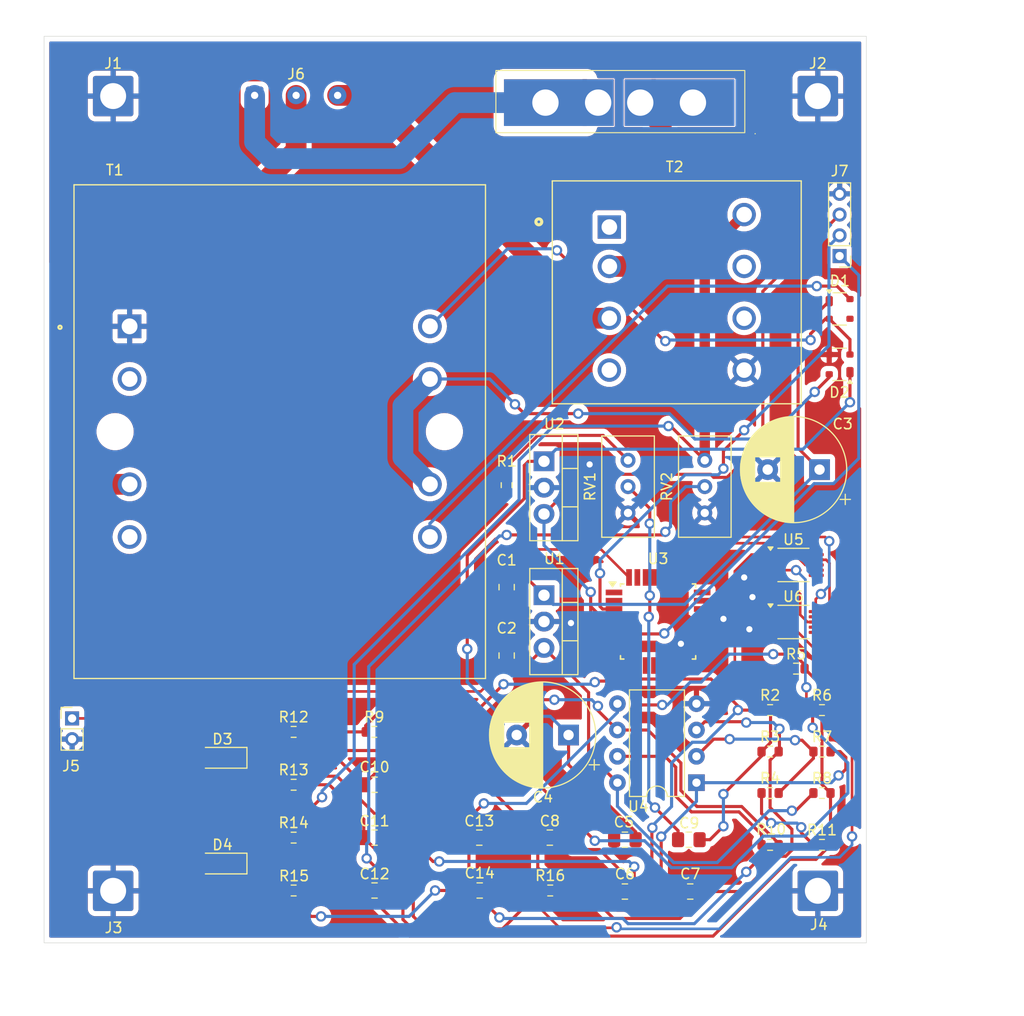
<source format=kicad_pcb>
(kicad_pcb (version 20240108) (generator "pcbnew") (generator_version "8.0")
  (layers (0 "F.Cu" signal) (31 "B.Cu" signal) (34 "B.Paste" user) (35 "F.Paste" user) (36 "B.SilkS" user "B.Silkscreen") (37 "F.SilkS" user "F.Silkscreen") (38 "B.Mask" user) (39 "F.Mask" user) (44 "Edge.Cuts" user))
  (net 0 "")
  (net 1 "Neutral")
  (net 2 "GND")
  (net 3 "Net-(U4B--)")
  (net 4 "Net-(U4A-+)")
  (net 5 "Net-(D3-K)")
  (net 6 "VCC")
  (net 7 "Net-(U4B-+)")
  (net 8 "Net-(U4A--)")
  (net 9 "Net-(F1-Pad2)")
  (net 10 "5v")
  (net 11 "Net-(D1-+)")
  (net 12 "Net-(C10-Pad1)")
  (net 13 "Net-(C11-Pad1)")
  (net 14 "Net-(J6-Pin_3)")
  (net 29 "Net-(U3-PC4)")
  (net 36 "Net-(U3-PC5)")
  (net 49 "Net-(J7-Pin_1)")
  (net 50 "Net-(J5-Pin_1)")
  (net 51 "SDA")
  (net 52 "Net-(J6-Pin_1)")
  (net 53 "Net-(D2-+)")
  (net 54 "Net-(C9-Pad2)")
  (net 55 "Net-(C9-Pad1)")
  (net 56 "Net-(D4-K)")
  (net 57 "Net-(C12-Pad2)")
  (net 58 "Net-(C12-Pad1)")
  (net 59 "Net-(D1-Pad4)")
  (net 61 "Net-(D2-Pad4)")
  (net 62 "Net-(R1-Pad1)")
  (net 63 "Net-(R11-Pad1)")
  (net 64 "Net-(R14-Pad2)")
  (net 65 "Net-(D1-Pad2)")
  (net 66 "Net-(R1-Pad2)")
  (footprint "Potentiometer_THT:Potentiometer_Bourns_3296W_Vertical" (layer "F.Cu") (at 163.7 90.9 90)
    (property "Reference" "RV2")
    (property "Value" "10 K Pot" (hide yes))
  )
  (footprint "Connector_PinHeader_2.00mm:PinHeader_1x02_P2.00mm_Vertical" (layer "F.Cu") (at 102.7 115.8)
    (property "Reference" "J5")
    (property "Value" "Conn_01x02_Pin" (hide yes))
  )
  (footprint "Package_TO_SOT_SMD:SOT-143" (layer "F.Cu") (at 176.7 81.65 180)
    (property "Reference" "D2")
    (property "Value" "BAS3007" (hide yes))
  )
  (footprint "Capacitor_SMD:C_0805_2012Metric_Pad1.18x1.45mm_HandSolder" (layer "F.Cu") (at 141.9625 127.3 180)
    (property "Reference" "C13")
    (property "Value" "22 nF" (hide yes))
  )
  (footprint "Capacitor_SMD:C_0805_2012Metric_Pad1.18x1.45mm_HandSolder" (layer "F.Cu") (at 142 132.4)
    (property "Reference" "C14")
    (property "Value" "10 nF" (hide yes))
  )
  (footprint "Capacitor_SMD:C_0805_2012Metric_Pad1.18x1.45mm_HandSolder" (layer "F.Cu") (at 156 132.5 180)
    (property "Reference" "C6")
    (property "Value" "1 uF" (hide yes))
  )
  (footprint "Capacitor_SMD:C_0805_2012Metric_Pad1.18x1.45mm_HandSolder" (layer "F.Cu") (at 131.8625 122.2 180)
    (property "Reference" "C10")
    (property "Value" "1.5 uF" (hide yes))
  )
  (footprint "Package_TO_SOT_SMD:SOT-143" (layer "F.Cu") (at 176.7 76.3)
    (property "Reference" "D1")
    (property "Value" "BAS3007" (hide yes))
  )
  (footprint "Resistor_SMD:R_0603_1608Metric" (layer "F.Cu") (at 170 128 180)
    (property "Reference" "R10")
    (property "Value" "10 K" (hide yes))
  )
  (footprint "Package_SO:VSSOP-10_3x3mm_P0.5mm" (layer "F.Cu") (at 172.25 101)
    (property "Reference" "U5")
    (property "Value" "ADS1115IDGS")
  )
  (footprint "Connector_Wire:SolderWire-2sqmm_1x01_D2mm_OD3.9mm" (layer "F.Cu") (at 106.659 132.431)
    (property "Reference" "J3")
    (property "Value" "Hole" (hide yes))
  )
  (footprint "Connector_Wire:SolderWire-2sqmm_1x01_D2mm_OD3.9mm" (layer "F.Cu") (at 174.603 55.768)
    (property "Reference" "J2")
    (property "Value" "Hole")
  )
  (footprint "Resistor_SMD:R_0603_1608Metric" (layer "F.Cu") (at 175 115)
    (property "Reference" "R6")
    (property "Value" "10 K" (hide yes))
  )
  (footprint "Diode_SMD:D_SOD-123" (layer "F.Cu") (at 117.2 129.8 180)
    (property "Reference" "D4")
    (property "Value" "D_Zener" (hide yes))
  )
  (footprint "Fuse:Fuseholder_Keystone_3555-2" (layer "F.Cu") (at 134.56 55.4)
    (property "Reference" "F1" (hide yes))
    (property "Value" "Fuse" (hide yes))
  )
  (footprint "Package_TO_SOT_THT:TO-220-3_Vertical" (layer "F.Cu") (at 148.2 91 -90)
    (property "Reference" "U2")
    (property "Value" "5 V Regulator" (hide yes))
  )
  (footprint "Potentiometer_THT:Potentiometer_Bourns_3296W_Vertical" (layer "F.Cu") (at 156.3 90.9 90)
    (property "Reference" "RV1")
    (property "Value" "10K Pot" (hide yes))
  )
  (footprint "Resistor_SMD:R_0603_1608Metric" (layer "F.Cu") (at 170 123)
    (property "Reference" "R4")
    (property "Value" "10 K" (hide yes))
  )
  (footprint "Capacitor_SMD:C_0805_2012Metric_Pad1.18x1.45mm_HandSolder" (layer "F.Cu") (at 144.6 103.1375 -90)
    (property "Reference" "C1")
    (property "Value" "1 uF" (hide yes))
  )
  (footprint "Resistor_SMD:R_0603_1608Metric" (layer "F.Cu") (at 175 119)
    (property "Reference" "R7")
    (property "Value" "10 K" (hide yes))
  )
  (footprint "Resistor_SMD:R_0603_1608Metric" (layer "F.Cu") (at 124.0625 122.2)
    (property "Reference" "R13")
    (property "Value" "10 K" (hide yes))
  )
  (footprint "Capacitor_SMD:C_0805_2012Metric_Pad1.18x1.45mm_HandSolder" (layer "F.Cu") (at 156 127.5 180)
    (property "Reference" "C5")
    (property "Value" "1 uF" (hide yes))
  )
  (footprint "Resistor_SMD:R_0603_1608Metric" (layer "F.Cu") (at 170 115)
    (property "Reference" "R2")
    (property "Value" "10 K" (hide yes))
  )
  (footprint "Resistor_SMD:R_0603_1608Metric" (layer "F.Cu") (at 170 119)
    (property "Reference" "R3")
    (property "Value" "20 K" (hide yes))
  )
  (footprint "Package_QFP:TQFP-32_7x7mm_P0.8mm" (layer "F.Cu") (at 159.2 106.45)
    (property "Reference" "U3")
    (property "Value" "ATmega328PB-A" (hide yes))
  )
  (footprint "Resistor_SMD:R_0603_1608Metric" (layer "F.Cu") (at 172.5 111 180)
    (property "Reference" "R5")
    (property "Value" "51.1k" (hide yes))
  )
  (footprint "Resistor_SMD:R_0603_1608Metric" (layer "F.Cu") (at 124.0625 127.3)
    (property "Reference" "R14")
    (property "Value" "30" (hide yes))
  )
  (footprint "Package_SO:VSSOP-10_3x3mm_P0.5mm" (layer "F.Cu") (at 172.25 106.5)
    (property "Reference" "U6")
    (property "Value" "ADS1115IDGS")
  )
  (footprint "Connector_Wire:SolderWire-2sqmm_1x01_D2mm_OD3.9mm" (layer "F.Cu") (at 106.659 55.768)
    (property "Reference" "J1")
    (property "Value" "Hole")
  )
  (footprint "Connector_Wire:SolderWire-2sqmm_1x01_D2mm_OD3.9mm" (layer "F.Cu") (at 174.603 132.431)
    (property "Reference" "J4")
    (property "Value" "Hole" (hide yes))
  )
  (footprint "Capacitor_THT:CP_Radial_D10.0mm_P5.00mm" (layer "F.Cu") (at 150.567677 117.4 180)
    (property "Reference" "C4")
    (property "Value" "100 uF" (hide yes))
  )
  (footprint "Resistor_SMD:R_0603_1608Metric" (layer "F.Cu") (at 148.8 132.4)
    (property "Reference" "R16")
    (property "Value" "10 K" (hide yes))
  )
  (footprint "Resistor_SMD:R_0603_1608Metric" (layer "F.Cu") (at 144.6 93.3 -90)
    (property "Reference" "R1")
    (property "Value" "240 K" (hide yes))
  )
  (footprint "Capacitor_SMD:C_0805_2012Metric_Pad1.18x1.45mm_HandSolder" (layer "F.Cu") (at 144.6 109.7375 90)
    (property "Reference" "C2")
    (property "Value" "1 uF" (hide yes))
  )
  (footprint "Package_TO_SOT_THT:TO-220-3_Vertical" (layer "F.Cu") (at 148.2 103.92 -90)
    (property "Reference" "U1")
    (property "Value" "12 V Regulator" (hide yes))
  )
  (footprint "Resistor_SMD:R_0603_1608Metric" (layer "F.Cu") (at 175 128)
    (property "Reference" "R11")
    (property "Value" "51.1 K" (hide yes))
  )
  (footprint "Capacitor_THT:CP_Radial_D10.0mm_P5.00mm" (layer "F.Cu") (at 174.767677 91.8 180)
    (property "Reference" "C3")
    (property "Value" "100 uF" (hide yes))
  )
  (footprint "Resistor_SMD:R_0603_1608Metric" (layer "F.Cu") (at 124.0625 132.4 180)
    (property "Reference" "R15")
    (property "Value" "20 K" (hide yes))
  )
  (footprint "Custom Transformers:XFMR_CSE185L" (layer "F.Cu") (at 161 74.7)
    (property "Reference" "T2")
    (property "Value" "CSE185L" (hide yes))
  )
  (footprint "Capacitor_SMD:C_0805_2012Metric_Pad1.18x1.45mm_HandSolder" (layer "F.Cu") (at 162.3 132.5 180)
    (property "Reference" "C7")
    (property "Value" "20 nF" (hide yes))
  )
  (footprint "Capacitor_SMD:C_0805_2012Metric_Pad1.18x1.45mm_HandSolder" (layer "F.Cu") (at 131.8625 132.4 180)
    (property "Reference" "C12")
    (property "Value" "1.5 uF" (hide yes))
  )
  (footprint "Resistor_SMD:R_0603_1608Metric" (layer "F.Cu") (at 124.0625 117.1)
    (property "Reference" "R12")
    (property "Value" "10 K" (hide yes))
  )
  (footprint "Connector_Wire:SolderWire-0.15sqmm_1x03_P4mm_D0.5mm_OD1.5mm" (layer "F.Cu") (at 120.3 55.7)
    (property "Reference" "J6")
    (property "Value" "Conn_01x03_Pin")
  )
  (footprint "Custom Transformers:XFMR_VPP12-800" (layer "F.Cu") (at 122.722 88.14)
    (property "Reference" "T1")
    (property "Value" "VPP12-800" (hide yes))
  )
  (footprint "Capacitor_SMD:C_0805_2012Metric_Pad1.18x1.45mm_HandSolder" (layer "F.Cu") (at 131.8625 127.3 180)
    (property "Reference" "C11")
    (property "Value" "1.5 uF" (hide yes))
  )
  (footprint "Diode_SMD:D_SOD-123" (layer "F.Cu") (at 117.2 119.6 180)
    (property "Reference" "D3")
    (property "Value" "D_Zener" (hide yes))
  )
  (footprint "Capacitor_SMD:C_0805_2012Metric_Pad1.18x1.45mm_HandSolder" (layer "F.Cu") (at 148.7625 127.3)
    (property "Reference" "C8")
    (property "Value" "10 nF" (hide yes))
  )
  (footprint "Resistor_SMD:R_0603_1608Metric" (layer "F.Cu") (at 131.8375 117.1)
    (property "Reference" "R9")
    (property "Value" "1 K" (hide yes))
  )
  (footprint "Connector_PinHeader_2.00mm:PinHeader_1x04_P2.00mm_Vertical" (layer "F.Cu") (at 176.7 71.2 180)
    (property "Reference" "J7")
    (property "Value" "Conn_01x04_Pin" (hide yes))
  )
  (footprint "Capacitor_SMD:C_0805_2012Metric_Pad1.18x1.45mm_HandSolder" (layer "F.Cu") (at 162.1625 127.5)
    (property "Reference" "C9")
    (property "Value" "1.5 uF" (hide yes))
  )
  (footprint "Resistor_SMD:R_0603_1608Metric" (layer "F.Cu") (at 175 123)
    (property "Reference" "R8")
    (property "Value" "3 K" (hide yes))
  )
  (footprint "Package_DIP:DIP-8_W7.62mm" (layer "F.Cu") (at 162.9 122 180)
    (property "Reference" "U4")
    (property "Value" "LM358" (hide yes))
  )
  (gr_rect (start 100 50) (end 179.28 137.4522) (stroke (width 0.05)) (fill none) (layer "Edge.Cuts"))
  (segment (start 102.047207 92.047207) (end 102.047207 72.597207) (width 2) (layer "F.Cu") (net 1))
  (segment (start 103.22 93.22) (end 102.047207 92.047207) (width 2) (layer "F.Cu") (net 1))
  (segment (start 108.244 93.22) (end 103.22 93.22) (width 2) (layer "F.Cu") (net 1))
  (segment (start 119.2 66.1) (end 124.3 61) (width 2) (layer "F.Cu") (net 1))
  (segment (start 124.3 61) (end 124.3 55.7) (width 2) (layer "F.Cu") (net 1))
  (segment (start 108.544414 66.1) (end 119.2 66.1) (width 2) (layer "F.Cu") (net 1))
  (segment (start 102.047207 72.597207) (end 108.544414 66.1) (width 2) (layer "F.Cu") (net 1))
  (via (at 152.6 91.3) (size 1) (drill 0.6) (layers "F.Cu" "B.Cu") (net 2))
  (via (at 150.8 106.6) (size 1) (drill 0.6) (layers "F.Cu" "B.Cu") (net 2))
  (via (at 168.3 104.1) (size 1) (drill 0.6) (layers "F.Cu" "B.Cu") (net 2))
  (via (at 168 107.2) (size 1) (drill 0.6) (layers "F.Cu" "B.Cu") (net 2))
  (via (at 165.5 106.2) (size 1) (drill 0.6) (layers "F.Cu" "B.Cu") (net 2))
  (via (at 161.4 108.6) (size 1) (drill 0.6) (layers "F.Cu" "B.Cu") (net 2))
  (via (at 167.5 102.2) (size 1) (drill 0.6) (layers "F.Cu" "B.Cu") (net 2))
  (segment (start 170.825 127.8625) (end 170.825 128) (width 0.3) (layer "F.Cu") (net 3))
  (segment (start 145.7 114) (end 149.2 114) (width 0.3) (layer "F.Cu") (net 3))
  (segment (start 161.4 122.754) (end 162.946 124.3) (width 0.3) (layer "F.Cu") (net 3))
  (segment (start 162.946 124.3) (end 167.2625 124.3) (width 0.3) (layer "F.Cu") (net 3))
  (segment (start 125.0375 118.9) (end 140.8 118.9) (width 0.3) (layer "F.Cu") (net 3))
  (segment (start 123.2375 117.1) (end 125.0375 118.9) (width 0.3) (layer "F.Cu") (net 3))
  (segment (start 155.28 116.92) (end 158.22 116.92) (width 0.3) (layer "F.Cu") (net 3))
  (segment (start 158.22 116.92) (end 161.4 120.1) (width 0.3) (layer "F.Cu") (net 3))
  (segment (start 153.4 115.04) (end 155.28 116.92) (width 0.3) (layer "F.Cu") (net 3))
  (segment (start 161.4 120.1) (end 161.4 122.754) (width 0.3) (layer "F.Cu") (net 3))
  (segment (start 167.2625 124.3) (end 170.825 127.8625) (width 0.3) (layer "F.Cu") (net 3))
  (segment (start 153.4 114.6) (end 153.4 115.04) (width 0.3) (layer "F.Cu") (net 3))
  (segment (start 140.8 118.9) (end 145.7 114) (width 0.3) (layer "F.Cu") (net 3))
  (via (at 153.4 114.6) (size 1) (drill 0.6) (layers "F.Cu" "B.Cu") (net 3))
  (via (at 149.2 114) (size 1) (drill 0.6) (layers "F.Cu" "B.Cu") (net 3))
  (segment (start 152.8 114) (end 153.4 114.6) (width 0.3) (layer "B.Cu") (net 3))
  (segment (start 149.2 114) (end 152.8 114) (width 0.3) (layer "B.Cu") (net 3))
  (segment (start 147.7 127.325) (end 147.725 127.3) (width 0.3) (layer "F.Cu") (net 4))
  (segment (start 172.1 126.5) (end 170 124.4) (width 0.3) (layer "F.Cu") (net 4))
  (segment (start 170.757948 129.1) (end 171.5 129.1) (width 0.3) (layer "F.Cu") (net 4))
  (segment (start 147.6 130.2) (end 147.6 127.425) (width 0.3) (layer "F.Cu") (net 4))
  (segment (start 163.699999 116.120001) (end 167.620001 116.120001) (width 0.3) (layer "F.Cu") (net 4))
  (segment (start 167.357948 132.5) (end 170.757948 129.1) (width 0.3) (layer "F.Cu") (net 4))
  (segment (start 150.75 130.95) (end 148.35 130.95) (width 0.3) (layer "F.Cu") (net 4))
  (segment (start 170.9 118.925) (end 170.825 119) (width 0.3) (layer "F.Cu") (net 4))
  (segment (start 170 124.4) (end 170 119.825) (width 0.3) (layer "F.Cu") (net 4))
  (segment (start 170.9 116.8) (end 170.9 118.925) (width 0.3) (layer "F.Cu") (net 4))
  (segment (start 147.6 127.425) (end 147.725 127.3) (width 0.3) (layer "F.Cu") (net 4))
  (segment (start 161.3 135.1) (end 154.9 135.1) (width 0.3) (layer "F.Cu") (net 4))
  (segment (start 171.5 129.1) (end 172.1 128.5) (width 0.3) (layer "F.Cu") (net 4))
  (segment (start 163.3375 132.5) (end 167.357948 132.5) (width 0.3) (layer "F.Cu") (net 4))
  (segment (start 154.9 135.1) (end 150.75 130.95) (width 0.3) (layer "F.Cu") (net 4))
  (segment (start 170 119.825) (end 170.825 119) (width 0.3) (layer "F.Cu") (net 4))
  (segment (start 162.9 116.92) (end 163.699999 116.120001) (width 0.3) (layer "F.Cu") (net 4))
  (segment (start 167.620001 116.120001) (end 167.7 116.2) (width 0.3) (layer "F.Cu") (net 4))
  (segment (start 163.3375 133.0625) (end 161.3 135.1) (width 0.3) (layer "F.Cu") (net 4))
  (segment (start 148.35 130.95) (end 147.6 130.2) (width 0.3) (layer "F.Cu") (net 4))
  (segment (start 163.3375 132.5) (end 163.3375 133.0625) (width 0.3) (layer "F.Cu") (net 4))
  (segment (start 172.1 128.5) (end 172.1 126.5) (width 0.3) (layer "F.Cu") (net 4))
  (via (at 167.7 116.2) (size 1) (drill 0.6) (layers "F.Cu" "B.Cu") (net 4))
  (via (at 170.9 116.8) (size 1) (drill 0.6) (layers "F.Cu" "B.Cu") (net 4))
  (segment (start 170.9 116.8) (end 170.3 116.2) (width 0.3) (layer "B.Cu") (net 4))
  (segment (start 170.3 116.2) (end 167.7 116.2) (width 0.3) (layer "B.Cu") (net 4))
  (segment (start 174.1 115.075) (end 174.175 115) (width 0.3) (layer "F.Cu") (net 5))
  (segment (start 146.625 121.125) (end 153.1 127.6) (width 0.3) (layer "F.Cu") (net 5))
  (segment (start 173.5 114.325) (end 174.175 115) (width 0.254) (layer "F.Cu") (net 5))
  (segment (start 170.825 115) (end 174.175 115) (width 0.3) (layer "F.Cu") (net 5))
  (segment (start 130.825 122.2) (end 131.9 121.125) (width 0.3) (layer "F.Cu") (net 5))
  (segment (start 131.9 121.125) (end 146.625 121.125) (width 0.3) (layer "F.Cu") (net 5))
  (segment (start 173.5 112.8) (end 173.5 114.325) (width 0.254) (layer "F.Cu") (net 5))
  (segment (start 174.1 116.7) (end 174.1 115.075) (width 0.3) (layer "F.Cu") (net 5))
  (segment (start 128.225 119.6) (end 130.825 122.2) (width 0.3) (layer "F.Cu") (net 5))
  (segment (start 172.9 101.5) (end 170.1 101.5) (width 0.254) (layer "F.Cu") (net 5))
  (segment (start 172.5 101.5) (end 172.9 101.5) (width 0.3) (layer "F.Cu") (net 5))
  (segment (start 118.85 119.6) (end 128.225 119.6) (width 0.3) (layer "F.Cu") (net 5))
  (via (at 174.1 116.7) (size 1) (drill 0.6) (layers "F.Cu" "B.Cu") (net 5))
  (via (at 173.5 112.8) (size 1) (drill 0.6) (layers "F.Cu" "B.Cu") (net 5))
  (via (at 172.5 101.5) (size 1) (drill 0.6) (layers "F.Cu" "B.Cu") (net 5))
  (via (at 153.1 127.6) (size 1) (drill 0.6) (layers "F.Cu" "B.Cu") (net 5))
  (segment (start 153.1 127.6) (end 157.892893 127.6) (width 0.3) (layer "B.Cu") (net 5))
  (segment (start 166.3 130.2) (end 169.35 127.15) (width 0.3) (layer "B.Cu") (net 5))
  (segment (start 177.5 123.002082) (end 177.5 120.1) (width 0.3) (layer "B.Cu") (net 5))
  (segment (start 173.4 112.7) (end 173.5 112.8) (width 0.254) (layer "B.Cu") (net 5))
  (segment (start 157.892893 127.6) (end 160.492893 130.2) (width 0.3) (layer "B.Cu") (net 5))
  (segment (start 160.492893 130.2) (end 166.3 130.2) (width 0.3) (layer "B.Cu") (net 5))
  (segment (start 169.35 127.15) (end 173.352082 127.15) (width 0.3) (layer "B.Cu") (net 5))
  (segment (start 172.5 101.5) (end 173.4 102.4) (width 0.254) (layer "B.Cu") (net 5))
  (segment (start 173.352082 127.15) (end 177.5 123.002082) (width 0.3) (layer "B.Cu") (net 5))
  (segment (start 173.4 102.4) (end 173.4 112.7) (width 0.254) (layer "B.Cu") (net 5))
  (segment (start 177.5 120.1) (end 174.1 116.7) (width 0.3) (layer "B.Cu") (net 5))
  (segment (start 172.1 124.7) (end 172.475 124.7) (width 0.3) (layer "F.Cu") (net 6))
  (segment (start 172.475 124.7) (end 174.175 123) (width 0.3) (layer "F.Cu") (net 6))
  (segment (start 155.28 122) (end 152.5 119.22) (width 0.3) (layer "F.Cu") (net 6))
  (segment (start 152.5 113.3) (end 148.2 109) (width 0.3) (layer "F.Cu") (net 6))
  (segment (start 152.5 119.22) (end 152.5 113.3) (width 0.3) (layer "F.Cu") (net 6))
  (segment (start 144.6 110.775) (end 146.425 110.775) (width 0.3) (layer "F.Cu") (net 6))
  (segment (start 146.425 110.775) (end 148.2 109) (width 0.3) (layer "F.Cu") (net 6))
  (via (at 172.1 124.7) (size 1) (drill 0.6) (layers "F.Cu" "B.Cu") (net 6))
  (segment (start 155.28 122) (end 155.28 124.28) (width 0.3) (layer "B.Cu") (net 6))
  (segment (start 164.9 129.7) (end 169.9 124.7) (width 0.3) (layer "B.Cu") (net 6))
  (segment (start 155.28 124.28) (end 160.7 129.7) (width 0.3) (layer "B.Cu") (net 6))
  (segment (start 169.9 124.7) (end 172.1 124.7) (width 0.3) (layer "B.Cu") (net 6))
  (segment (start 160.7 129.7) (end 164.9 129.7) (width 0.3) (layer "B.Cu") (net 6))
  (segment (start 140.9625 132.4) (end 140.9625 127.3375) (width 0.3) (layer "F.Cu") (net 7))
  (segment (start 140.925 125.475) (end 140.925 127.3) (width 0.3) (layer "F.Cu") (net 7))
  (segment (start 140.9625 127.3375) (end 140.925 127.3) (width 0.3) (layer "F.Cu") (net 7))
  (segment (start 142.4 124) (end 140.925 125.475) (width 0.3) (layer "F.Cu") (net 7))
  (segment (start 137.7 132.4) (end 140.9625 132.4) (width 0.3) (layer "F.Cu") (net 7))
  (segment (start 123.2375 132.4) (end 125.7375 134.9) (width 0.3) (layer "F.Cu") (net 7))
  (segment (start 125.7375 134.9) (end 126.7 134.9) (width 0.3) (layer "F.Cu") (net 7))
  (via (at 126.7 134.9) (size 1) (drill 0.6) (layers "F.Cu" "B.Cu") (net 7))
  (via (at 137.7 132.4) (size 1) (drill 0.6) (layers "F.Cu" "B.Cu") (net 7))
  (via (at 142.4 124) (size 1) (drill 0.6) (layers "F.Cu" "B.Cu") (net 7))
  (segment (start 155.28 114.38) (end 155.28 115.22) (width 0.3) (layer "B.Cu") (net 7))
  (segment (start 155.28 115.22) (end 146.5 124) (width 0.3) (layer "B.Cu") (net 7))
  (segment (start 146.5 124) (end 142.4 124) (width 0.3) (layer "B.Cu") (net 7))
  (segment (start 135.2 134.9) (end 137.7 132.4) (width 0.3) (layer "B.Cu") (net 7))
  (segment (start 126.7 134.9) (end 135.2 134.9) (width 0.3) (layer "B.Cu") (net 7))
  (segment (start 162.9 119.46) (end 164.56 117.8) (width 0.3) (layer "F.Cu") (net 8))
  (segment (start 172.4 117.9) (end 173.075 117.9) (width 0.3) (layer "F.Cu") (net 8))
  (segment (start 174.175 119.65) (end 170.825 123) (width 0.3) (layer "F.Cu") (net 8))
  (segment (start 173.075 117.9) (end 174.175 119) (width 0.3) (layer "F.Cu") (net 8))
  (segment (start 164.56 117.8) (end 166.1 117.8) (width 0.3) (layer "F.Cu") (net 8))
  (segment (start 174.175 119) (end 174.175 119.65) (width 0.3) (layer "F.Cu") (net 8))
  (via (at 172.4 117.9) (size 1) (drill 0.6) (layers "F.Cu" "B.Cu") (net 8))
  (via (at 166.1 117.8) (size 1) (drill 0.6) (layers "F.Cu" "B.Cu") (net 8))
  (segment (start 172.3 117.8) (end 172.4 117.9) (width 0.3) (layer "B.Cu") (net 8))
  (segment (start 166.1 117.8) (end 172.3 117.8) (width 0.3) (layer "B.Cu") (net 8))
  (segment (start 159.5 69.738654) (end 159.5 58.42) (width 2) (layer "F.Cu") (net 9))
  (segment (start 157.038654 72.2) (end 159.5 69.738654) (width 2) (layer "F.Cu") (net 9))
  (segment (start 154.5 72.2) (end 157.038654 72.2) (width 2) (layer "F.Cu") (net 9))
  (segment (start 159.5 58.42) (end 157.48 56.4) (width 2) (layer "F.Cu") (net 9))
  (segment (start 166.6 102.7) (end 166.6 102.6) (width 0.254) (layer "F.Cu") (net 10))
  (segment (start 124.0625 121.375) (end 128.25 121.375) (width 0.3) (layer "F.Cu") (net 10))
  (segment (start 153.75 106.05) (end 154.95 106.05) (width 0.3) (layer "F.Cu") (net 10))
  (segment (start 173.6 106.5) (end 172.9 105.8) (width 0.254) (layer "F.Cu") (net 10))
  (segment (start 166.9 114.6) (end 166.9 115) (width 0.3) (layer "F.Cu") (net 10))
  (segment (start 156.9 132.3625) (end 157.0375 132.5) (width 0.3) (layer "F.Cu") (net 10))
  (segment (start 128.25 121.375) (end 132.875 126) (width 0.3) (layer "F.Cu") (net 10))
  (segment (start 164.259188 92.25) (end 152.03 92.25) (width 0.3) (layer "F.Cu") (net 10))
  (segment (start 155.9 112) (end 164.3 112) (width 0.3) (layer "F.Cu") (net 10))
  (segment (start 172.9 105.8) (end 172.9 103.8) (width 0.254) (layer "F.Cu") (net 10))
  (segment (start 152.7 108.8) (end 155.9 112) (width 0.3) (layer "F.Cu") (net 10))
  (segment (start 169.3 74.6) (end 169.3 89.102082) (width 0.3) (layer "F.Cu") (net 10))
  (segment (start 168.2 100) (end 172.4 100) (width 0.254) (layer "F.Cu") (net 10))
  (segment (start 156.9 130.1) (end 156.9 132.3625) (width 0.3) (layer "F.Cu") (net 10))
  (segment (start 164.559188 92.55) (end 164.259188 92.25) (width 0.3) (layer "F.Cu") (net 10))
  (segment (start 165.852082 92.55) (end 164.559188 92.55) (width 0.3) (layer "F.Cu") (net 10))
  (segment (start 133.9 126) (end 137.5 129.6) (width 0.3) (layer "F.Cu") (net 10))
  (segment (start 158.6 131.2) (end 157.3 132.5) (width 0.3) (layer "F.Cu") (net 10))
  (segment (start 152.7 105) (end 152.7 103.6) (width 0.3) (layer "F.Cu") (net 10))
  (segment (start 173.4 101) (end 174.4 101) (width 0.254) (layer "F.Cu") (net 10))
  (segment (start 166.6 102.6) (end 166.6 101.6) (width 0.254) (layer "F.Cu") (net 10))
  (segment (start 158.6 126.4) (end 158.6 131.2) (width 0.3) (layer "F.Cu") (net 10))
  (segment (start 167 103.1) (end 166.6 102.7) (width 0.254) (layer "F.Cu") (net 10))
  (segment (start 157.3 132.5) (end 157.0375 132.5) (width 0.3) (layer "F.Cu") (net 10))
  (segment (start 166.6 112.425) (end 166.6 102.6) (width 0.254) (layer "F.Cu") (net 10))
  (segment (start 166.6 101.6) (end 168.2 100) (width 0.254) (layer "F.Cu") (net 10))
  (segment (start 176.7 67.2) (end 169.3 74.6) (width 0.3) (layer "F.Cu") (net 10))
  (segment (start 172.2 103.1) (end 167 103.1) (width 0.254) (layer "F.Cu") (net 10))
  (segment (start 166.9 115) (end 169.175 115) (width 0.3) (layer "F.Cu") (net 10))
  (segment (start 169.3 89.102082) (end 165.852082 92.55) (width 0.3) (layer "F.Cu") (net 10))
  (segment (start 123.2375 122.2) (end 124.0625 121.375) (width 0.3) (layer "F.Cu") (net 10))
  (segment (start 169 114.825) (end 166.6 112.425) (width 0.254) (layer "F.Cu") (net 10))
  (segment (start 172.9 103.8) (end 172.2 103.1) (width 0.254) (layer "F.Cu") (net 10))
  (segment (start 169.175 115) (end 169 114.825) (width 0.3) (layer "F.Cu") (net 10))
  (segment (start 158.65 126.35) (end 158.6 126.4) (width 0.3) (layer "F.Cu") (net 10))
  (segment (start 153.75 106.05) (end 152.7 105) (width 0.3) (layer "F.Cu") (net 10))
  (segment (start 132.875 126) (end 133.9 126) (width 0.3) (layer "F.Cu") (net 10))
  (segment (start 137.5 129.6) (end 138.1 129.6) (width 0.3) (layer "F.Cu") (net 10))
  (segment (start 152.03 92.25) (end 148.2 96.08) (width 0.3) (layer "F.Cu") (net 10))
  (segment (start 172.4 100) (end 173.4 101) (width 0.254) (layer "F.Cu") (net 10))
  (segment (start 164.3 112) (end 166.9 114.6) (width 0.3) (layer "F.Cu") (net 10))
  (segment (start 152.7 105) (end 152.7 108.8) (width 0.3) (layer "F.Cu") (net 10))
  (segment (start 174.4 106.5) (end 173.6 106.5) (width 0.254) (layer "F.Cu") (net 10))
  (via (at 138.1 129.6) (size 1) (drill 0.6) (layers "F.Cu" "B.Cu") (net 10))
  (via (at 166.9 115) (size 1) (drill 0.6) (layers "F.Cu" "B.Cu") (net 10))
  (via (at 152.7 103.6) (size 1) (drill 0.6) (layers "F.Cu" "B.Cu") (net 10))
  (via (at 156.9 130.1) (size 1) (drill 0.6) (layers "F.Cu" "B.Cu") (net 10))
  (via (at 158.65 126.35) (size 1) (drill 0.6) (layers "F.Cu" "B.Cu") (net 10))
  (segment (start 158.65 126.35) (end 158.65 126.15) (width 0.3) (layer "B.Cu") (net 10))
  (segment (start 138.1 129.6) (end 156.4 129.6) (width 0.3) (layer "B.Cu") (net 10))
  (segment (start 160.5 120.1) (end 162.5 118.1) (width 0.3) (layer "B.Cu") (net 10))
  (segment (start 158.65 126.15) (end 160.5 124.3) (width 0.3) (layer "B.Cu") (net 10))
  (segment (start 163.8 118.1) (end 166.9 115) (width 0.3) (layer "B.Cu") (net 10))
  (segment (start 148.2 99.1) (end 148.2 96.08) (width 0.3) (layer "B.Cu") (net 10))
  (segment (start 160.5 124.3) (end 160.5 120.1) (width 0.3) (layer "B.Cu") (net 10))
  (segment (start 162.5 118.1) (end 163.8 118.1) (width 0.3) (layer "B.Cu") (net 10))
  (segment (start 156.4 129.6) (end 156.9 130.1) (width 0.3) (layer "B.Cu") (net 10))
  (segment (start 152.7 103.6) (end 148.2 99.1) (width 0.3) (layer "B.Cu") (net 10))
  (segment (start 172.7 78.55) (end 172.7 89.732323) (width 0.3) (layer "F.Cu") (net 11))
  (segment (start 172.7 89.732323) (end 174.767677 91.8) (width 0.3) (layer "F.Cu") (net 11))
  (segment (start 175.7 75.55) (end 172.7 78.55) (width 0.3) (layer "F.Cu") (net 11))
  (segment (start 144.6 102.1) (end 146.38 102.1) (width 0.3) (layer "F.Cu") (net 11))
  (segment (start 146.38 102.1) (end 148.2 103.92) (width 0.3) (layer "F.Cu") (net 11))
  (segment (start 161.767677 104.8) (end 174.767677 91.8) (width 0.3) (layer "B.Cu") (net 11))
  (segment (start 149.08 104.8) (end 161.767677 104.8) (width 0.3) (layer "B.Cu") (net 11))
  (segment (start 148.2 103.92) (end 149.08 104.8) (width 0.3) (layer "B.Cu") (net 11))
  (segment (start 158 133.6) (end 156.269544 133.6) (width 0.3) (layer "F.Cu") (net 12))
  (segment (start 176.7 121.3) (end 176.6 121.3) (width 0.3) (layer "F.Cu") (net 12))
  (segment (start 145.425 125) (end 148.3 125) (width 0.3) (layer "F.Cu") (net 12))
  (segment (start 150.95 128.45) (end 149.8 127.3) (width 0.3) (layer "F.Cu") (net 12))
  (segment (start 159.5 127.2) (end 159.5 132.1) (width 0.3) (layer "F.Cu") (net 12))
  (segment (start 177.3 119.55) (end 177.3 120.7) (width 0.3) (layer "F.Cu") (net 12))
  (segment (start 149.8 126.5) (end 149.8 127.3) (width 0.3) (layer "F.Cu") (net 12))
  (segment (start 148.3 125) (end 149.8 126.5) (width 0.3) (layer "F.Cu") (net 12))
  (segment (start 159.5 132.1) (end 158 133.6) (width 0.3) (layer "F.Cu") (net 12))
  (segment (start 142.625 122.2) (end 145.425 125) (width 0.3) (layer "F.Cu") (net 12))
  (segment (start 176.75 119) (end 177.3 119.55) (width 0.3) (layer "F.Cu") (net 12))
  (segment (start 175.825 119) (end 176.75 119) (width 0.3) (layer "F.Cu") (net 12))
  (segment (start 156 133.330456) (end 156 130.9) (width 0.3) (layer "F.Cu") (net 12))
  (segment (start 156 130.9) (end 153.55 128.45) (width 0.3) (layer "F.Cu") (net 12))
  (segment (start 153.55 128.45) (end 150.95 128.45) (width 0.3) (layer "F.Cu") (net 12))
  (segment (start 177.3 120.7) (end 176.7 121.3) (width 0.3) (layer "F.Cu") (net 12))
  (segment (start 156.269544 133.6) (end 156 133.330456) (width 0.3) (layer "F.Cu") (net 12))
  (segment (start 132.9 122.2) (end 142.625 122.2) (width 0.3) (layer "F.Cu") (net 12))
  (via (at 159.5 127.2) (size 1) (drill 0.6) (layers "F.Cu" "B.Cu") (net 12))
  (via (at 176.6 121.3) (size 1) (drill 0.6) (layers "F.Cu" "B.Cu") (net 12))
  (segment (start 175.9 122) (end 162.9 122) (width 0.3) (layer "B.Cu") (net 12))
  (segment (start 176.6 121.3) (end 175.9 122) (width 0.3) (layer "B.Cu") (net 12))
  (segment (start 162.9 122) (end 162.9 123.8) (width 0.3) (layer "B.Cu") (net 12))
  (segment (start 162.9 123.8) (end 159.5 127.2) (width 0.3) (layer "B.Cu") (net 12))
  (segment (start 135.6 130) (end 135.6 134.9) (width 0.3) (layer "F.Cu") (net 13))
  (segment (start 160.9 120.5) (end 159.86 119.46) (width 0.3) (layer "F.Cu") (net 13))
  (segment (start 143.0375 134.1375) (end 143.9 135) (width 0.3) (layer "F.Cu") (net 13))
  (segment (start 160.9 123.3) (end 160.9 120.5) (width 0.3) (layer "F.Cu") (net 13))
  (segment (start 132.9 127.3) (end 135.6 130) (width 0.3) (layer "F.Cu") (net 13))
  (segment (start 135.6 134.9) (end 136.1 135.4) (width 0.3) (layer "F.Cu") (net 13))
  (segment (start 169.175 129.125) (end 169.175 128) (width 0.3) (layer "F.Cu") (net 13))
  (segment (start 136.1 135.4) (end 140.0375 135.4) (width 0.3) (layer "F.Cu") (net 13))
  (segment (start 162.417052 124.817052) (end 160.9 123.3) (width 0.3) (layer "F.Cu") (net 13))
  (segment (start 169.175 128) (end 169.175 126.992052) (width 0.3) (layer "F.Cu") (net 13))
  (segment (start 140.0375 135.4) (end 143.0375 132.4) (width 0.3) (layer "F.Cu") (net 13))
  (segment (start 169.175 126.992052) (end 167 124.817052) (width 0.3) (layer "F.Cu") (net 13))
  (segment (start 167 124.817052) (end 162.417052 124.817052) (width 0.3) (layer "F.Cu") (net 13))
  (segment (start 159.86 119.46) (end 155.28 119.46) (width 0.3) (layer "F.Cu") (net 13))
  (segment (start 143.0375 132.4) (end 143.0375 134.1375) (width 0.3) (layer "F.Cu") (net 13))
  (segment (start 167.7 130.6) (end 169.175 129.125) (width 0.3) (layer "F.Cu") (net 13))
  (via (at 143.9 135) (size 1) (drill 0.6) (layers "F.Cu" "B.Cu") (net 13))
  (via (at 167.7 130.6) (size 1) (drill 0.6) (layers "F.Cu" "B.Cu") (net 13))
  (segment (start 144 135.1) (end 155.8 135.1) (width 0.3) (layer "B.Cu") (net 13))
  (segment (start 162.7 135.6) (end 167.7 130.6) (width 0.3) (layer "B.Cu") (net 13))
  (segment (start 156.3 135.6) (end 162.7 135.6) (width 0.3) (layer "B.Cu") (net 13))
  (segment (start 143.9 135) (end 144 135.1) (width 0.3) (layer "B.Cu") (net 13))
  (segment (start 155.8 135.1) (end 156.3 135.6) (width 0.3) (layer "B.Cu") (net 13))
  (segment (start 152.7 77.2) (end 154.5 77.2) (width 2) (layer "F.Cu") (net 14))
  (segment (start 128.3 55.7) (end 131.2 55.7) (width 2) (layer "F.Cu") (net 14))
  (segment (start 131.2 55.7) (end 152.7 77.2) (width 2) (layer "F.Cu") (net 14))
  (segment (start 174.4 106) (end 175.5 106) (width 0.254) (layer "F.Cu") (net 29))
  (segment (start 175.727 100.827) (end 175.4 100.5) (width 0.254) (layer "F.Cu") (net 29))
  (segment (start 175.4 100.5) (end 174.4 100.5) (width 0.254) (layer "F.Cu") (net 29))
  (segment (start 162.646 98.9) (end 160.4 101.146) (width 0.254) (layer "F.Cu") (net 29))
  (segment (start 172 98.9) (end 162.646 98.9) (width 0.254) (layer "F.Cu") (net 29))
  (segment (start 160.4 101.146) (end 160.4 102.2) (width 0.254) (layer "F.Cu") (net 29))
  (segment (start 173.6 100.5) (end 172 98.9) (width 0.254) (layer "F.Cu") (net 29))
  (segment (start 175.727 105.773) (end 175.727 100.827) (width 0.254) (layer "F.Cu") (net 29))
  (segment (start 175.5 106) (end 175.727 105.773) (width 0.254) (layer "F.Cu") (net 29))
  (segment (start 173.8 100.5) (end 173.6 100.5) (width 0.254) (layer "F.Cu") (net 29))
  (segment (start 174.4 100.5) (end 173.8 100.5) (width 0.3) (layer "F.Cu") (net 29))
  (segment (start 159.6 100.1) (end 161.4 98.3) (width 0.254) (layer "F.Cu") (net 36))
  (segment (start 161.4 98.3) (end 173.3 98.3) (width 0.254) (layer "F.Cu") (net 36))
  (segment (start 174.4 99.4) (end 174.4 100) (width 0.254) (layer "F.Cu") (net 36))
  (segment (start 173.3 98.3) (end 174.4 99.4) (width 0.254) (layer "F.Cu") (net 36))
  (segment (start 174.4 105.5) (end 174.4 104.3) (width 0.254) (layer "F.Cu") (net 36))
  (segment (start 175.3 98.3) (end 173.3 98.3) (width 0.254) (layer "F.Cu") (net 36))
  (segment (start 174.4 104.3) (end 174.9 103.8) (width 0.254) (layer "F.Cu") (net 36))
  (segment (start 159.6 102.2) (end 159.6 100.1) (width 0.254) (layer "F.Cu") (net 36))
  (segment (start 175.7 98.7) (end 175.3 98.3) (width 0.254) (layer "F.Cu") (net 36))
  (via (at 174.9 103.8) (size 1) (drill 0.6) (layers "F.Cu" "B.Cu") (net 36))
  (via (at 175.7 98.7) (size 1) (drill 0.6) (layers "F.Cu" "B.Cu") (net 36))
  (segment (start 175.7 103) (end 175.7 98.7) (width 0.254) (layer "B.Cu") (net 36))
  (segment (start 174.9 103.8) (end 175.7 103) (width 0.254) (layer "B.Cu") (net 36))
  (segment (start 159.8 107.6) (end 159.75 107.65) (width 0.3) (layer "F.Cu") (net 49))
  (segment (start 159.75 107.65) (end 154.95 107.65) (width 0.3) (layer "F.Cu") (net 49))
  (via (at 159.8 107.6) (size 1) (drill 0.6) (layers "F.Cu" "B.Cu") (net 49))
  (segment (start 176.117677 93.15) (end 174.25 93.15) (width 0.3) (layer "B.Cu") (net 49))
  (segment (start 178.55 73.05) (end 178.55 90.717677) (width 0.3) (layer "B.Cu") (net 49))
  (segment (start 174.25 93.15) (end 159.8 107.6) (width 0.3) (layer "B.Cu") (net 49))
  (segment (start 176.7 71.2) (end 178.55 73.05) (width 0.3) (layer "B.Cu") (net 49))
  (segment (start 178.55 90.717677) (end 176.117677 93.15) (width 0.3) (layer "B.Cu") (net 49))
  (segment (start 107.2 113.2) (end 104.6 115.8) (width 0.254) (layer "F.Cu") (net 50))
  (segment (start 143.2 112.1) (end 142.1 113.2) (width 0.254) (layer "F.Cu") (net 50))
  (segment (start 104.6 115.8) (end 102.7 115.8) (width 0.254) (layer "F.Cu") (net 50))
  (segment (start 143.2 100.3) (end 143.2 112.1) (width 0.254) (layer "F.Cu") (net 50))
  (segment (start 144 99.5) (end 143.2 100.3) (width 0.254) (layer "F.Cu") (net 50))
  (segment (start 142.1 113.2) (end 107.2 113.2) (width 0.254) (layer "F.Cu") (net 50))
  (segment (start 153.7 99.5) (end 144 99.5) (width 0.254) (layer "F.Cu") (net 50))
  (segment (start 156.4 102.2) (end 153.7 99.5) (width 0.254) (layer "F.Cu") (net 50))
  (segment (start 165.5 91.7) (end 165.5 90) (width 0.3) (layer "F.Cu") (net 51))
  (segment (start 154.95 105.25) (end 153.85 105.25) (width 0.3) (layer "F.Cu") (net 51))
  (segment (start 153.85 105.25) (end 153.6 105) (width 0.3) (layer "F.Cu") (net 51))
  (segment (start 153.6 105) (end 153.6 101.8) (width 0.3) (layer "F.Cu") (net 51))
  (segment (start 165.5 90) (end 167.5 88) (width 0.3) (layer "F.Cu") (net 51))
  (via (at 165.5 91.7) (size 1) (drill 0.6) (layers "F.Cu" "B.Cu") (net 51))
  (via (at 153.6 101.8) (size 1) (drill 0.6) (layers "F.Cu" "B.Cu") (net 51))
  (via (at 167.5 88) (size 1) (drill 0.6) (layers "F.Cu" "B.Cu") (net 51))
  (segment (start 153.6 101.8) (end 153.6 100.5) (width 0.3) (layer "B.Cu") (net 51))
  (segment (start 165.5 91.8) (end 165.5 91.7) (width 0.3) (layer "B.Cu") (net 51))
  (segment (start 176.7 69.2) (end 175.675 70.225) (width 0.3) (layer "B.Cu") (net 51))
  (segment (start 175.675 79.825) (end 167.5 88) (width 0.3) (layer "B.Cu") (net 51))
  (segment (start 175.675 70.225) (end 175.675 79.825) (width 0.3) (layer "B.Cu") (net 51))
  (segment (start 153.6 100.5) (end 161.8 92.3) (width 0.3) (layer "B.Cu") (net 51))
  (segment (start 161.8 92.3) (end 165 92.3) (width 0.3) (layer "B.Cu") (net 51))
  (segment (start 165 92.3) (end 165.5 91.8) (width 0.3) (layer "B.Cu") (net 51))
  (segment (start 120.3 55.7) (end 120.3 60.2) (width 2) (layer "B.Cu") (net 52))
  (segment (start 134.2 61.8) (end 139.6 56.4) (width 2) (layer "B.Cu") (net 52))
  (segment (start 120.3 60.2) (end 121.9 61.8) (width 2) (layer "B.Cu") (net 52))
  (segment (start 139.6 56.4) (end 148.34 56.4) (width 2) (layer "B.Cu") (net 52))
  (segment (start 121.9 61.8) (end 134.2 61.8) (width 2) (layer "B.Cu") (net 52))
  (segment (start 140.8 100.1) (end 140.8 109.1) (width 0.3) (layer "F.Cu") (net 53))
  (segment (start 146.3 91.4) (end 146.3 94.6) (width 0.3) (layer "F.Cu") (net 53))
  (segment (start 150.567677 120.267677) (end 150.567677 117.4) (width 0.3) (layer "F.Cu") (net 53))
  (segment (start 157.0375 127.5) (end 157.0375 126.7375) (width 0.3) (layer "F.Cu") (net 53))
  (segment (start 148.2 91) (end 146.7 91) (width 0.3) (layer "F.Cu") (net 53))
  (segment (start 177.7 85.3) (end 177.7 82.4) (width 0.3) (layer "F.Cu") (net 53))
  (segment (start 146.3 94.6) (end 140.8 100.1) (width 0.3) (layer "F.Cu") (net 53))
  (segment (start 146.7 91) (end 146.3 91.4) (width 0.3) (layer "F.Cu") (net 53))
  (segment (start 157.0375 126.7375) (end 150.567677 120.267677) (width 0.3) (layer "F.Cu") (net 53))
  (via (at 140.8 109.1) (size 1) (drill 0.6) (layers "F.Cu" "B.Cu") (net 53))
  (via (at 177.7 85.3) (size 1) (drill 0.6) (layers "F.Cu" "B.Cu") (net 53))
  (segment (start 149.37 89.83) (end 173.17 89.83) (width 0.3) (layer "B.Cu") (net 53))
  (segment (start 173.17 89.83) (end 177.7 85.3) (width 0.3) (layer "B.Cu") (net 53))
  (segment (start 150.567677 117.367677) (end 150.567677 117.4) (width 0.3) (layer "B.Cu") (net 53))
  (segment (start 140.8 112.3) (end 144.1 115.6) (width 0.3) (layer "B.Cu") (net 53))
  (segment (start 144.1 115.6) (end 148.8 115.6) (width 0.3) (layer "B.Cu") (net 53))
  (segment (start 148.2 91) (end 149.37 89.83) (width 0.3) (layer "B.Cu") (net 53))
  (segment (start 148.8 115.6) (end 150.567677 117.367677) (width 0.3) (layer "B.Cu") (net 53))
  (segment (start 140.8 109.1) (end 140.8 112.3) (width 0.3) (layer "B.Cu") (net 53))
  (segment (start 165.5 123.1) (end 169.175 119.425) (width 0.3) (layer "F.Cu") (net 54))
  (segment (start 169.175 119.425) (end 169.175 119) (width 0.3) (layer "F.Cu") (net 54))
  (segment (start 164.2 127.5) (end 165.5 126.2) (width 0.3) (layer "F.Cu") (net 54))
  (segment (start 170.042169 112.632831) (end 170.042169 118.132831) (width 0.3) (layer "F.Cu") (net 54))
  (segment (start 163.2 127.5) (end 164.2 127.5) (width 0.3) (layer "F.Cu") (net 54))
  (segment (start 171.675 111) (end 170.042169 112.632831) (width 0.3) (layer "F.Cu") (net 54))
  (segment (start 170.042169 118.132831) (end 169.175 119) (width 0.3) (layer "F.Cu") (net 54))
  (via (at 165.5 126.2) (size 1) (drill 0.6) (layers "F.Cu" "B.Cu") (net 54))
  (via (at 165.5 123.1) (size 1) (drill 0.6) (layers "F.Cu" "B.Cu") (net 54))
  (segment (start 165.5 126.2) (end 165.5 123.1) (width 0.3) (layer "B.Cu") (net 54))
  (segment (start 158.9 124.4) (end 161.125 126.625) (width 0.3) (layer "F.Cu") (net 55))
  (segment (start 158.3 106) (end 158.4 105.9) (width 0.3) (layer "F.Cu") (net 55))
  (segment (start 161.125 126.625) (end 161.125 127.5) (width 0.3) (layer "F.Cu") (net 55))
  (segment (start 158.4 95.54) (end 156.3 93.44) (width 0.3) (layer "F.Cu") (net 55))
  (segment (start 158.4 105.9) (end 158.4 103.95) (width 0.3) (layer "F.Cu") (net 55))
  (segment (start 158.4 97) (end 158.4 95.54) (width 0.3) (layer "F.Cu") (net 55))
  (via (at 158.4 97) (size 1) (drill 0.6) (layers "F.Cu" "B.Cu") (net 55))
  (via (at 158.4 103.95) (size 1) (drill 0.6) (layers "F.Cu" "B.Cu") (net 55))
  (via (at 158.3 106) (size 1) (drill 0.6) (layers "F.Cu" "B.Cu") (net 55))
  (via (at 158.9 124.4) (size 1) (drill 0.6) (layers "F.Cu" "B.Cu") (net 55))
  (segment (start 158.3 123.8) (end 158.3 106) (width 0.3) (layer "B.Cu") (net 55))
  (segment (start 158.4 103.95) (end 158.4 97) (width 0.3) (layer "B.Cu") (net 55))
  (segment (start 158.9 124.4) (end 158.3 123.8) (width 0.3) (layer "B.Cu") (net 55))
  (segment (start 155.2 135.95) (end 155.15 136) (width 0.3) (layer "F.Cu") (net 56))
  (segment (start 147.975 134.275) (end 147.975 132.4) (width 0.254) (layer "F.Cu") (net 56))
  (segment (start 118.85 129.8) (end 118.85 128.2375) (width 0.3) (layer "F.Cu") (net 56))
  (segment (start 124.8875 122.2) (end 127.5 122.2) (width 0.3) (layer "F.Cu") (net 56))
  (segment (start 149.7 136) (end 147.975 134.275) (width 0.254) (layer "F.Cu") (net 56))
  (segment (start 130.825 125.525) (end 130.825 127.3) (width 0.3) (layer "F.Cu") (net 56))
  (segment (start 118.85 128.2375) (end 124.8875 122.2) (width 0.3) (layer "F.Cu") (net 56))
  (segment (start 177.9 127.183358) (end 177.9 112.7) (width 0.254) (layer "F.Cu") (net 56))
  (segment (start 127.5 122.2) (end 130.825 125.525) (width 0.3) (layer "F.Cu") (net 56))
  (segment (start 134.6 135.2) (end 135.5 136.1) (width 0.3) (layer "F.Cu") (net 56))
  (segment (start 177.9 112.7) (end 172.2 107) (width 0.254) (layer "F.Cu") (net 56))
  (segment (start 130.825 127.3) (end 134.6 131.075) (width 0.3) (layer "F.Cu") (net 56))
  (segment (start 172.2 107) (end 170.1 107) (width 0.254) (layer "F.Cu") (net 56))
  (segment (start 147.9 132.4) (end 147.975 132.4) (width 0.3) (layer "F.Cu") (net 56))
  (segment (start 134.6 131.075) (end 134.6 135.2) (width 0.3) (layer "F.Cu") (net 56))
  (segment (start 155.15 136) (end 149.7 136) (width 0.254) (layer "F.Cu") (net 56))
  (segment (start 144.2 136.1) (end 147.9 132.4) (width 0.3) (layer "F.Cu") (net 56))
  (segment (start 135.5 136.1) (end 144.2 136.1) (width 0.3) (layer "F.Cu") (net 56))
  (via (at 177.9 127.183358) (size 1) (drill 0.6) (layers "F.Cu" "B.Cu") (net 56))
  (via (at 155.2 135.95) (size 1) (drill 0.6) (layers "F.Cu" "B.Cu") (net 56))
  (segment (start 155.2 135.95) (end 155.35 136.1) (width 0.3) (layer "B.Cu") (net 56))
  (segment (start 165.1 136.1) (end 172 129.2) (width 0.254) (layer "B.Cu") (net 56))
  (segment (start 176.7 129.2) (end 177.9 128) (width 0.254) (layer "B.Cu") (net 56))
  (segment (start 177.9 128) (end 177.9 127.183358) (width 0.254) (layer "B.Cu") (net 56))
  (segment (start 155.35 136.1) (end 165.1 136.1) (width 0.254) (layer "B.Cu") (net 56))
  (segment (start 172 129.2) (end 176.7 129.2) (width 0.254) (layer "B.Cu") (net 56))
  (segment (start 171.7 129.6) (end 171.707107 129.6) (width 0.3) (layer "F.Cu") (net 57))
  (segment (start 135.225 136.8) (end 164.5 136.8) (width 0.3) (layer "F.Cu") (net 57))
  (segment (start 171.707107 129.6) (end 171.907107 129.4) (width 0.3) (layer "F.Cu") (net 57))
  (segment (start 164.5 136.8) (end 171.7 129.6) (width 0.3) (layer "F.Cu") (net 57))
  (segment (start 124.8875 132.4) (end 130.825 132.4) (width 0.3) (layer "F.Cu") (net 57))
  (segment (start 174.425 129.4) (end 175.825 128) (width 0.3) (layer "F.Cu") (net 57))
  (segment (start 130.825 132.4) (end 135.225 136.8) (width 0.3) (layer "F.Cu") (net 57))
  (segment (start 171.907107 129.4) (end 174.425 129.4) (width 0.3) (layer "F.Cu") (net 57))
  (segment (start 132.9 132.4) (end 132.9 131.1) (width 0.3) (layer "F.Cu") (net 58))
  (segment (start 159.6 98.1) (end 159.9 97.8) (width 0.3) (layer "F.Cu") (net 58))
  (segment (start 132.9 131.1) (end 131.1 129.3) (width 0.3) (layer "F.Cu") (net 58))
  (segment (start 144.6 98.1) (end 159.6 98.1) (width 0.3) (layer "F.Cu") (net 58))
  (via (at 159.9 97.8) (size 1) (drill 0.6) (layers "F.Cu" "B.Cu") (net 58))
  (via (at 144.6 98.1) (size 1) (drill 0.6) (layers "F.Cu" "B.Cu") (net 58))
  (via (at 131.1 129.3) (size 1) (drill 0.6) (layers "F.Cu" "B.Cu") (net 58))
  (segment (start 144.5 98.2) (end 144.6 98.1) (width 0.3) (layer "B.Cu") (net 58))
  (segment (start 143.9 98.2) (end 144.5 98.2) (width 0.3) (layer "B.Cu") (net 58))
  (segment (start 131.1 129.3) (end 131.1 127.9) (width 0.3) (layer "B.Cu") (net 58))
  (segment (start 131.3 127.7) (end 131.3 110.8) (width 0.3) (layer "B.Cu") (net 58))
  (segment (start 131.1 127.9) (end 131.3 127.7) (width 0.3) (layer "B.Cu") (net 58))
  (segment (start 160.4 97.3) (end 160.4 94.9) (width 0.3) (layer "B.Cu") (net 58))
  (segment (start 131.3 110.8) (end 143.9 98.2) (width 0.3) (layer "B.Cu") (net 58))
  (segment (start 160.4 94.9) (end 161.86 93.44) (width 0.3) (layer "B.Cu") (net 58))
  (segment (start 159.9 97.8) (end 160.4 97.3) (width 0.3) (layer "B.Cu") (net 58))
  (segment (start 161.86 93.44) (end 163.7 93.44) (width 0.3) (layer "B.Cu") (net 58))
  (segment (start 174.5 74.1) (end 176.45 74.1) (width 0.3) (layer "F.Cu") (net 59))
  (segment (start 176.45 74.1) (end 177.7 75.35) (width 0.3) (layer "F.Cu") (net 59))
  (via (at 174.5 74.1) (size 1) (drill 0.6) (layers "F.Cu" "B.Cu") (net 59))
  (segment (start 174.5 74.1) (end 160.1 74.1) (width 0.3) (layer "B.Cu") (net 59))
  (segment (start 137.2 97) (end 137.2 98.3) (width 0.3) (layer "B.Cu") (net 59))
  (segment (start 160.1 74.1) (end 137.2 97) (width 0.3) (layer "B.Cu") (net 59))
  (segment (start 146.3 86.4) (end 145.4 85.5) (width 0.3) (layer "F.Cu") (net 61))
  (segment (start 151.5 86.4) (end 146.3 86.4) (width 0.3) (layer "F.Cu") (net 61))
  (segment (start 175.7 82.6) (end 175.7 82.9) (width 0.3) (layer "F.Cu") (net 61))
  (segment (start 175.7 82.9) (end 174.3 84.3) (width 0.3) (layer "F.Cu") (net 61))
  (via (at 151.5 86.4) (size 1) (drill 0.6) (layers "F.Cu" "B.Cu") (net 61))
  (via (at 145.4 85.5) (size 1) (drill 0.6) (layers "F.Cu" "B.Cu") (net 61))
  (via (at 174.3 84.3) (size 1) (drill 0.6) (layers "F.Cu" "B.Cu") (net 61))
  (segment (start 174.3 84.3) (end 169.75 88.85) (width 0.3) (layer "B.Cu") (net 61))
  (segment (start 162.75 88.85) (end 160.3 86.4) (width 0.3) (layer "B.Cu") (net 61))
  (segment (start 134.6 85.66) (end 137.2 83.06) (width 2) (layer "B.Cu") (net 61))
  (segment (start 134.6 90.62) (end 134.6 85.66) (width 2) (layer "B.Cu") (net 61))
  (segment (start 145.4 85.5) (end 142.96 83.06) (width 0.3) (layer "B.Cu") (net 61))
  (segment (start 160.3 86.4) (end 151.5 86.4) (width 0.3) (layer "B.Cu") (net 61))
  (segment (start 169.75 88.85) (end 162.75 88.85) (width 0.3) (layer "B.Cu") (net 61))
  (segment (start 142.96 83.06) (end 137.2 83.06) (width 0.3) (layer "B.Cu") (net 61))
  (segment (start 137.2 93.22) (end 134.6 90.62) (width 2) (layer "B.Cu") (net 61))
  (segment (start 144.6 91.5) (end 147.6 88.5) (width 0.3) (layer "F.Cu") (net 62))
  (segment (start 153.9 88.5) (end 156.3 90.9) (width 0.3) (layer "F.Cu") (net 62))
  (segment (start 144.6 92.475) (end 144.6 91.5) (width 0.3) (layer "F.Cu") (net 62))
  (segment (start 147.6 88.5) (end 153.9 88.5) (width 0.3) (layer "F.Cu") (net 62))
  (segment (start 175.825 126.35) (end 174.175 128) (width 0.3) (layer "F.Cu") (net 63))
  (segment (start 175.825 123) (end 175.825 126.35) (width 0.3) (layer "F.Cu") (net 63))
  (segment (start 169.175 124.975) (end 170.1 125.9) (width 0.3) (layer "F.Cu") (net 63))
  (segment (start 175 112.675) (end 175 122.175) (width 0.3) (layer "F.Cu") (net 63))
  (segment (start 159.6 114.5) (end 157.6 114.5) (width 0.3) (layer "F.Cu") (net 63))
  (segment (start 155.3 112.2) (end 153.2 112.2) (width 0.3) (layer "F.Cu") (net 63))
  (segment (start 144.3 112.5) (end 141.8 115) (width 0.3) (layer "F.Cu") (net 63))
  (segment (start 153.2 112.2) (end 153.1 112.3) (width 0.3) (layer "F.Cu") (net 63))
  (segment (start 173 126.825) (end 174.175 128) (width 0.3) (layer "F.Cu") (net 63))
  (segment (start 169.175 123) (end 169.175 124.975) (width 0.3) (layer "F.Cu") (net 63))
  (segment (start 124.8875 117.1) (end 131.0125 117.1) (width 0.3) (layer "F.Cu") (net 63))
  (segment (start 131.0125 116.4875) (end 131.0125 117.1) (width 0.3) (layer "F.Cu") (net 63))
  (segment (start 173.325 111) (end 175 112.675) (width 0.3) (layer "F.Cu") (net 63))
  (segment (start 175 122.175) (end 175.825 123) (width 0.3) (layer "F.Cu") (net 63))
  (segment (start 141.8 115) (end 132.5 115) (width 0.3) (layer "F.Cu") (net 63))
  (segment (start 132.5 115) (end 131.0125 116.4875) (width 0.3) (layer "F.Cu") (net 63))
  (segment (start 173.325 111) (end 173.325 110.625) (width 0.3) (layer "F.Cu") (net 63))
  (segment (start 172.3 109.6) (end 170.3 109.6) (width 0.3) (layer "F.Cu") (net 63))
  (segment (start 157.6 114.5) (end 155.3 112.2) (width 0.3) (layer "F.Cu") (net 63))
  (segment (start 173.325 110.625) (end 172.3 109.6) (width 0.3) (layer "F.Cu") (net 63))
  (segment (start 173 126.3) (end 173 126.825) (width 0.3) (layer "F.Cu") (net 63))
  (via (at 144.3 112.5) (size 1) (drill 0.6) (layers "F.Cu" "B.Cu") (net 63))
  (via (at 159.6 114.5) (size 1) (drill 0.6) (layers "F.Cu" "B.Cu") (net 63))
  (via (at 170.3 109.6) (size 1) (drill 0.6) (layers "F.Cu" "B.Cu") (net 63))
  (via (at 153.1 112.3) (size 1) (drill 0.6) (layers "F.Cu" "B.Cu") (net 63))
  (via (at 170.1 125.9) (size 1) (drill 0.6) (layers "F.Cu" "B.Cu") (net 63))
  (via (at 173 126.3) (size 1) (drill 0.6) (layers "F.Cu" "B.Cu") (net 63))
  (segment (start 170.3 109.6) (end 166.053654 109.6) (width 0.3) (layer "B.Cu") (net 63))
  (segment (start 172.6 125.9) (end 173 126.3) (width 0.3) (layer "B.Cu") (net 63))
  (segment (start 163.353654 112.3) (end 162.3 112.3) (width 0.3) (layer "B.Cu") (net 63))
  (segment (start 160.1 114.5) (end 159.6 114.5) (width 0.3) (layer "B.Cu") (net 63))
  (segment (start 170.1 125.9) (end 172.6 125.9) (width 0.3) (layer "B.Cu") (net 63))
  (segment (start 153.1 112.3) (end 152.9 112.5) (width 0.3) (layer "B.Cu") (net 63))
  (segment (start 144.3 112.5) (end 152.9 112.5) (width 0.3) (layer "B.Cu") (net 63))
  (segment (start 166.053654 109.6) (end 163.353654 112.3) (width 0.3) (layer "B.Cu") (net 63))
  (segment (start 162.3 112.3) (end 160.1 114.5) (width 0.3) (layer "B.Cu") (net 63))
  (segment (start 124.8875 125.3125) (end 126.8 123.4) (width 0.3) (layer "F.Cu") (net 64))
  (segment (start 163.7 90.9) (end 163.7 71) (width 1) (layer "F.Cu") (net 64))
  (segment (start 160.2 87.6) (end 160.4 87.6) (width 0.3) (layer "F.Cu") (net 64))
  (segment (start 163.7 71) (end 167.5 67.2) (width 1) (layer "F.Cu") (net 64))
  (segment (start 124.8875 127.3) (end 124.8875 125.3125) (width 0.3) (layer "F.Cu") (net 64))
  (segment (start 160.4 87.6) (end 163.7 90.9) (width 0.3) (layer "F.Cu") (net 64))
  (via (at 126.8 123.4) (size 1) (drill 0.6) (layers "F.Cu" "B.Cu") (net 64))
  (via (at 160.2 87.6) (size 1) (drill 0.6) (layers "F.Cu" "B.Cu") (net 64))
  (segment (start 126.8 123.4) (end 126.8 122.8) (width 0.3) (layer "B.Cu") (net 64))
  (segment (start 129.9 119.7) (end 129.9 110.6) (width 0.3) (layer "B.Cu") (net 64))
  (segment (start 129.9 110.6) (end 145.8 94.7) (width 0.3) (layer "B.Cu") (net 64))
  (segment (start 145.8 94.7) (end 145.8 90.9) (width 0.3) (layer "B.Cu") (net 64))
  (segment (start 126.8 122.8) (end 129.9 119.7) (width 0.3) (layer "B.Cu") (net 64))
  (segment (start 145.8 90.9) (end 149.1 87.6) (width 0.3) (layer "B.Cu") (net 64))
  (segment (start 149.1 87.6) (end 160.2 87.6) (width 0.3) (layer "B.Cu") (net 64))
  (segment (start 159.8 79.4) (end 159.9 79.4) (width 0.3) (layer "F.Cu") (net 65))
  (segment (start 177.7 80.7) (end 177.7 79.25) (width 0.3) (layer "F.Cu") (net 65))
  (segment (start 155.3 74.9) (end 159.8 79.4) (width 0.3) (layer "F.Cu") (net 65))
  (segment (start 149.45 70.65) (end 153.7 74.9) (width 0.3) (layer "F.Cu") (net 65))
  (segment (start 173.9 78.7) (end 173.9 79.3) (width 0.3) (layer "F.Cu") (net 65))
  (segment (start 175.7 77.25) (end 175.35 77.25) (width 0.3) (layer "F.Cu") (net 65))
  (segment (start 177.7 79.25) (end 175.7 77.25) (width 0.3) (layer "F.Cu") (net 65))
  (segment (start 153.7 74.9) (end 155.3 74.9) (width 0.3) (layer "F.Cu") (net 65))
  (segment (start 175.35 77.25) (end 173.9 78.7) (width 0.3) (layer "F.Cu") (net 65))
  (via (at 149.45 70.65) (size 1) (drill 0.6) (layers "F.Cu" "B.Cu") (net 65))
  (via (at 173.9 79.3) (size 1) (drill 0.6) (layers "F.Cu" "B.Cu") (net 65))
  (via (at 159.9 79.4) (size 1) (drill 0.6) (layers "F.Cu" "B.Cu") (net 65))
  (segment (start 160 79.3) (end 159.9 79.4) (width 0.3) (layer "B.Cu") (net 65))
  (segment (start 173.9 79.3) (end 160 79.3) (width 0.3) (layer "B.Cu") (net 65))
  (segment (start 149.45 70.65) (end 149.3 70.5) (width 0.3) (layer "B.Cu") (net 65))
  (segment (start 144.68 70.5) (end 137.2 77.98) (width 0.3) (layer "B.Cu") (net 65))
  (segment (start 149.3 70.5) (end 144.68 70.5) (width 0.3) (layer "B.Cu") (net 65))
  (zone (net 2) (net_name "GND") (layers "F&B.Cu") (connect_pads (clearance 0.5)) (min_thickness 0.25) (fill yes (thermal_gap 0.5) (thermal_bridge_width 0.5))
    (polygon (pts (xy 194.25 46.5) (xy 194.5 144.5) (xy 95.75 143.5) (xy 95.75 46.5)))
  )
)
</source>
